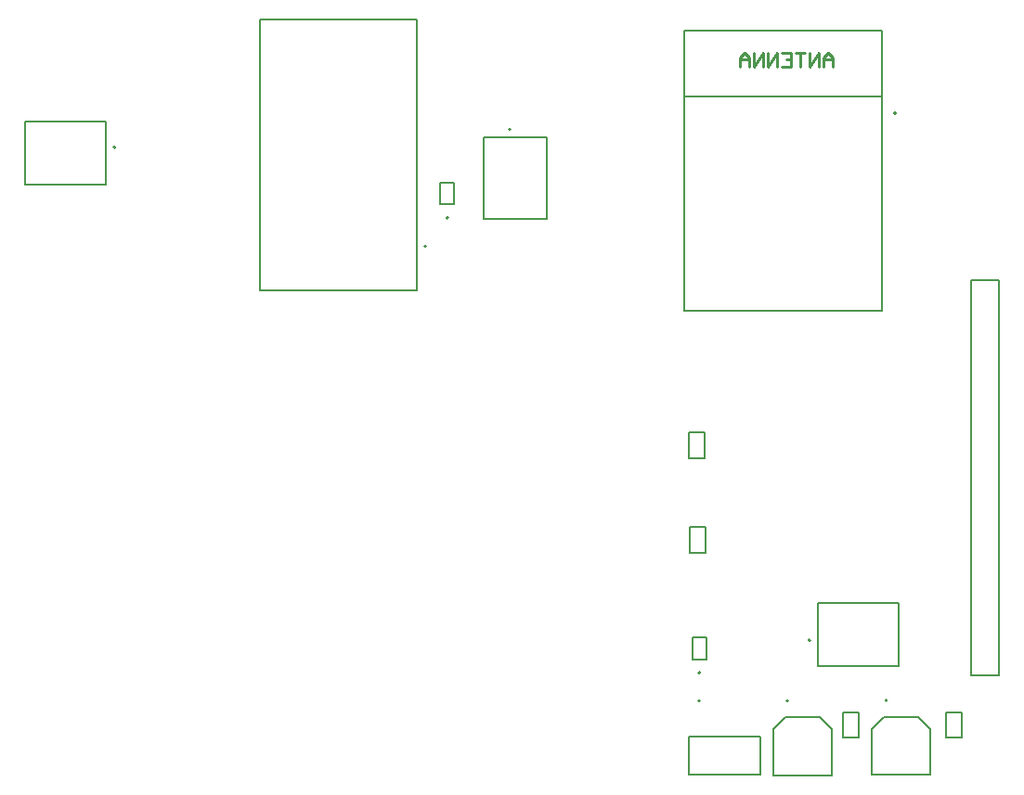
<source format=gbr>
G04*
G04 #@! TF.GenerationSoftware,Altium Limited,Altium Designer,24.1.2 (44)*
G04*
G04 Layer_Color=16711935*
%FSLAX44Y44*%
%MOMM*%
G71*
G04*
G04 #@! TF.SameCoordinates,98FF00E1-DB16-4AB4-99D8-1D2B7C447DA4*
G04*
G04*
G04 #@! TF.FilePolarity,Positive*
G04*
G01*
G75*
%ADD10C,0.2000*%
%ADD11C,0.1270*%
%ADD84C,0.2644*%
D10*
X310220Y332470D02*
G03*
X310220Y332470I-1000J0D01*
G01*
X131770Y-204000D02*
G03*
X131770Y-204000I-1000J0D01*
G01*
X-118120Y211040D02*
G03*
X-118120Y211040I-1000J0D01*
G01*
X232190Y-148760D02*
G03*
X232190Y-148760I-1000J0D01*
G01*
X-98060Y237080D02*
G03*
X-98060Y237080I-1000J0D01*
G01*
X302460Y-203520D02*
G03*
X302460Y-203520I-1000J0D01*
G01*
X212290Y-204000D02*
G03*
X212290Y-204000I-1000J0D01*
G01*
X131810Y-178210D02*
G03*
X131810Y-178210I-1000J0D01*
G01*
X-41080Y317450D02*
G03*
X-41080Y317450I-1000J0D01*
G01*
X-401640Y301160D02*
G03*
X-401640Y301160I-1000J0D01*
G01*
D11*
X117220Y347370D02*
X297220D01*
Y407370D01*
Y152370D02*
Y347370D01*
X117220Y152370D02*
X297220D01*
X117220D02*
Y347370D01*
Y407370D01*
X297220D01*
X121145Y-236475D02*
X186195D01*
Y-271525D02*
Y-236475D01*
X121145Y-271525D02*
X186195D01*
X121145D02*
Y-236475D01*
X-269620Y417830D02*
X-126620D01*
Y170640D02*
Y417830D01*
X-269620Y170640D02*
Y417830D01*
Y170640D02*
X-126620D01*
X238590Y-172260D02*
Y-114760D01*
Y-172260D02*
X312590D01*
Y-114760D01*
X238590D02*
X312590D01*
X378460Y180300D02*
X403860D01*
X378460Y-180340D02*
Y180300D01*
Y-180340D02*
X403860D01*
Y180300D01*
X-105310Y249080D02*
Y269080D01*
X-92810D01*
Y249080D02*
Y269080D01*
X-105310Y249080D02*
X-92810D01*
Y257715D02*
Y260445D01*
X-105310Y257715D02*
Y260445D01*
X356020Y-237770D02*
X370420D01*
X356020Y-214770D02*
X370420D01*
Y-237770D02*
Y-214770D01*
X356020Y-237770D02*
Y-214770D01*
X288460Y-229520D02*
X299460Y-218520D01*
X288460Y-271520D02*
Y-229520D01*
Y-271520D02*
X341460D01*
Y-229520D01*
X330460Y-218520D02*
X341460Y-229520D01*
X299460Y-218520D02*
X330460D01*
X122340Y-45650D02*
X136740D01*
X122340Y-68650D02*
X136740D01*
X122340D02*
Y-45650D01*
X136740Y-68650D02*
Y-45650D01*
X121070Y40710D02*
X135470D01*
X121070Y17710D02*
X135470D01*
X121070D02*
Y40710D01*
X135470Y17710D02*
Y40710D01*
X198290Y-230000D02*
X209290Y-219000D01*
X198290Y-272000D02*
Y-230000D01*
Y-272000D02*
X251290D01*
Y-230000D01*
X240290Y-219000D02*
X251290Y-230000D01*
X209290Y-219000D02*
X240290D01*
X262040Y-237770D02*
X276440D01*
X262040Y-214770D02*
X276440D01*
Y-237770D02*
Y-214770D01*
X262040Y-237770D02*
Y-214770D01*
X124560Y-166210D02*
Y-146210D01*
X137060D01*
Y-166210D02*
Y-146210D01*
X124560Y-166210D02*
X137060D01*
Y-157575D02*
Y-154845D01*
X124560Y-157575D02*
Y-154845D01*
X-65580Y310050D02*
X-8080D01*
X-65580Y236050D02*
Y310050D01*
Y236050D02*
X-8080D01*
Y310050D01*
X-410040Y267160D02*
Y324660D01*
X-484040D02*
X-410040D01*
X-484040Y267160D02*
Y324660D01*
Y267160D02*
X-410040D01*
D84*
X252220Y374870D02*
Y383334D01*
X247988Y387566D01*
X243756Y383334D01*
Y374870D01*
Y381218D01*
X252220D01*
X239524Y374870D02*
Y387566D01*
X231060Y374870D01*
Y387566D01*
X226828D02*
X218364D01*
X222596D01*
Y374870D01*
X205668Y387566D02*
X214132D01*
Y374870D01*
X205668D01*
X214132Y381218D02*
X209900D01*
X201437Y374870D02*
Y387566D01*
X192973Y374870D01*
Y387566D01*
X188741Y374870D02*
Y387566D01*
X180277Y374870D01*
Y387566D01*
X176045Y374870D02*
Y383334D01*
X171813Y387566D01*
X167581Y383334D01*
Y374870D01*
Y381218D01*
X176045D01*
M02*

</source>
